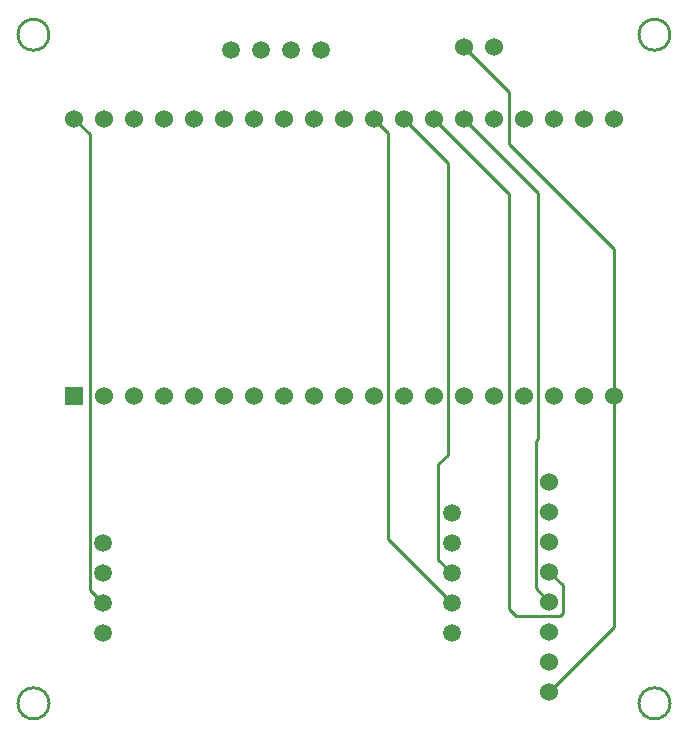
<source format=gbr>
%TF.GenerationSoftware,Altium Limited,Altium Designer,24.6.1 (21)*%
G04 Layer_Physical_Order=1*
G04 Layer_Color=255*
%FSLAX45Y45*%
%MOMM*%
%TF.SameCoordinates,4AD75283-6A23-4CB8-A15C-AB691BBDECAE*%
%TF.FilePolarity,Positive*%
%TF.FileFunction,Copper,L1,Top,Signal*%
%TF.Part,Single*%
G01*
G75*
%TA.AperFunction,Conductor*%
%ADD10C,0.25400*%
%TA.AperFunction,NonConductor*%
%ADD11C,0.25400*%
%TA.AperFunction,ComponentPad*%
%ADD12C,1.53000*%
%ADD13R,1.53000X1.53000*%
%ADD14C,1.52400*%
%ADD15C,1.50800*%
D10*
X4419035Y1190428D02*
X4479163Y1130300D01*
X4851400D01*
X4876235Y1155135D01*
Y1393628D01*
X5309036Y2993828D02*
Y4237428D01*
X4419035Y5127428D02*
X5309036Y4237428D01*
X4419035Y5127428D02*
Y5571928D01*
X4038035Y5952928D02*
X4419035Y5571928D01*
X4761935Y1507928D02*
X4876235Y1393628D01*
X4419035Y1190428D02*
Y4708328D01*
X3784035Y5343328D02*
X4419035Y4708328D01*
X4647635Y1368228D02*
X4761935Y1253928D01*
X4647635Y1368228D02*
Y2615368D01*
X4662875Y2630608D01*
Y4718488D01*
X4038035Y5343328D02*
X4662875Y4718488D01*
X4761935Y491928D02*
X5309036Y1039029D01*
Y2993828D01*
X3530035Y5343328D02*
X3900875Y4972488D01*
Y2498528D02*
Y4972488D01*
X3822135Y2419788D02*
X3900875Y2498528D01*
X3822135Y1609528D02*
Y2419788D01*
Y1609528D02*
X3936435Y1495228D01*
X3392875Y1784788D02*
X3936435Y1241228D01*
X3392875Y1784788D02*
Y5226488D01*
X3276035Y5343328D02*
X3392875Y5226488D01*
X868115Y1355549D02*
X982435Y1241228D01*
X868115Y1355549D02*
Y5211248D01*
X736035Y5343328D02*
X868115Y5211248D01*
D11*
X5783300Y393700D02*
G03*
X5783300Y393700I-131800J0D01*
G01*
X524935Y6054528D02*
G03*
X524935Y6054528I-131800J0D01*
G01*
X525500Y393700D02*
G03*
X525500Y393700I-131800J0D01*
G01*
X5782735Y6054528D02*
G03*
X5782735Y6054528I-131800J0D01*
G01*
D12*
X736035Y5343328D02*
D03*
X990035D02*
D03*
X1244035D02*
D03*
X1498035D02*
D03*
X1752035D02*
D03*
X2006035D02*
D03*
X2260035D02*
D03*
X2514035D02*
D03*
X2768035D02*
D03*
X3022035D02*
D03*
X3276035D02*
D03*
X3530035D02*
D03*
X3784035D02*
D03*
X4038035D02*
D03*
X4292035D02*
D03*
X4546035D02*
D03*
X5054035D02*
D03*
X5308035D02*
D03*
X4800035D02*
D03*
X5309035Y2993828D02*
D03*
X5055035D02*
D03*
X4801035D02*
D03*
X4547035D02*
D03*
X4293035D02*
D03*
X4039035D02*
D03*
X3785035D02*
D03*
X3531035D02*
D03*
X3277035D02*
D03*
X3023035D02*
D03*
X2769035D02*
D03*
X2515035D02*
D03*
X2261035D02*
D03*
X2007035D02*
D03*
X1753035D02*
D03*
X1499035D02*
D03*
X1245035D02*
D03*
X991035D02*
D03*
D13*
X737035D02*
D03*
D14*
X4292035Y5952928D02*
D03*
X4038035D02*
D03*
X4761935Y491928D02*
D03*
Y745928D02*
D03*
Y999928D02*
D03*
Y1253928D02*
D03*
Y1507928D02*
D03*
Y1761928D02*
D03*
Y2015928D02*
D03*
Y2269928D02*
D03*
D15*
X2831535Y5927528D02*
D03*
X2577535D02*
D03*
X2323535D02*
D03*
X2069535D02*
D03*
X3936435Y2003228D02*
D03*
Y1749228D02*
D03*
Y1495228D02*
D03*
Y1241228D02*
D03*
Y987228D02*
D03*
X982435Y1749228D02*
D03*
Y1495228D02*
D03*
Y1241228D02*
D03*
Y987228D02*
D03*
%TF.MD5,10feec2dd6937eaa1001ea6e0e91754c*%
M02*

</source>
